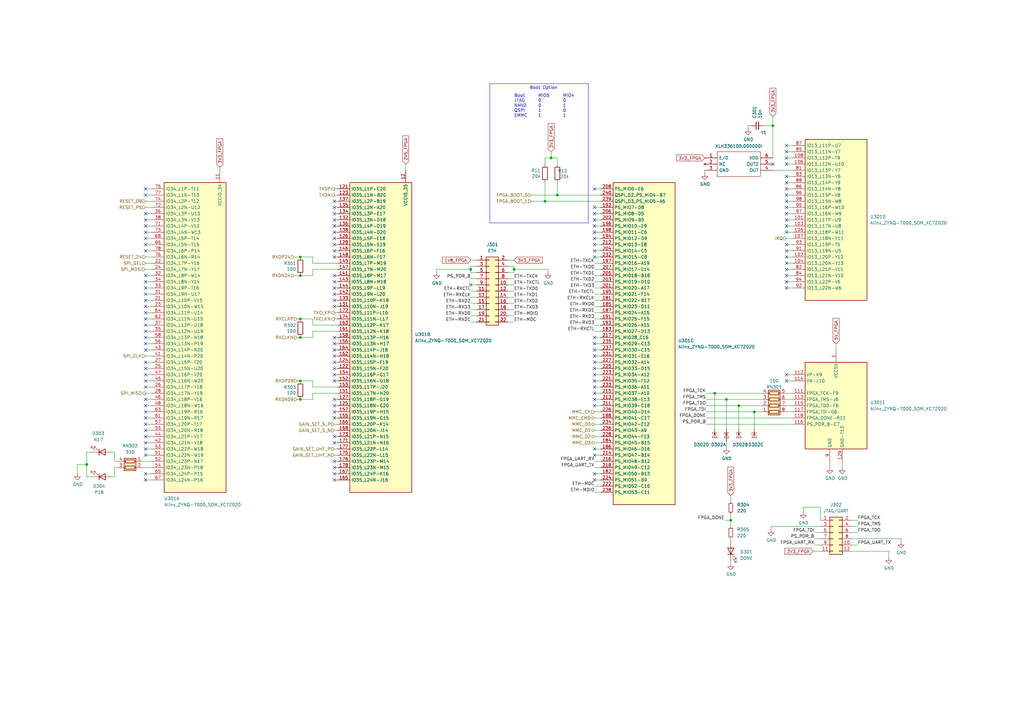
<source format=kicad_sch>
(kicad_sch (version 20230121) (generator eeschema)
  (paper "A3")
  (title_block (title "SatNOGS COMMS") (date "2020-02-20") (company "Libre Space Foundation") (comment 1 "CERN OHL version 1.2"))
  (lib_symbols
    (symbol "Connector_Generic:Conn_02x06_Odd_Even" (pin_names (offset 1.016) hide)
      (property "Reference" "J" (at 1.27 7.62 0))
      (property "Value" "Conn_02x06_Odd_Even" (at 1.27 -10.16 0))
      (symbol "Conn_02x06_Odd_Even_1_1"
        (pin passive line (at -5.08 5.08 0) (length 3.81) (name "Pin_1") (number "1"))
        (pin passive line (at 7.62 -5.08 180) (length 3.81) (name "Pin_10") (number "10"))
        (pin passive line (at -5.08 -7.62 0) (length 3.81) (name "Pin_11") (number "11"))
        (pin passive line (at 7.62 -7.62 180) (length 3.81) (name "Pin_12") (number "12"))
        (pin passive line (at 7.62 5.08 180) (length 3.81) (name "Pin_2") (number "2"))
        (pin passive line (at -5.08 2.54 0) (length 3.81) (name "Pin_3") (number "3"))
        (pin passive line (at 7.62 2.54 180) (length 3.81) (name "Pin_4") (number "4"))
        (pin passive line (at -5.08 0 0) (length 3.81) (name "Pin_5") (number "5"))
        (pin passive line (at 7.62 0 180) (length 3.81) (name "Pin_6") (number "6"))
        (pin passive line (at -5.08 -2.54 0) (length 3.81) (name "Pin_7") (number "7"))
        (pin passive line (at 7.62 -2.54 180) (length 3.81) (name "Pin_8") (number "8"))
        (pin passive line (at -5.08 -5.08 0) (length 3.81) (name "Pin_9") (number "9"))
      )
    )
    (symbol "Connector_Generic:Conn_02x11_Odd_Even" (pin_names (offset 1.016) hide)
      (property "Reference" "J" (at 1.27 15.24 0))
      (property "Value" "Conn_02x11_Odd_Even" (at 1.27 -15.24 0))
      (symbol "Conn_02x11_Odd_Even_1_1"
        (pin passive line (at -5.08 12.7 0) (length 3.81) (name "Pin_1") (number "1"))
        (pin passive line (at 7.62 2.54 180) (length 3.81) (name "Pin_10") (number "10"))
        (pin passive line (at -5.08 0 0) (length 3.81) (name "Pin_11") (number "11"))
        (pin passive line (at 7.62 0 180) (length 3.81) (name "Pin_12") (number "12"))
        (pin passive line (at -5.08 -2.54 0) (length 3.81) (name "Pin_13") (number "13"))
        (pin passive line (at 7.62 -2.54 180) (length 3.81) (name "Pin_14") (number "14"))
        (pin passive line (at -5.08 -5.08 0) (length 3.81) (name "Pin_15") (number "15"))
        (pin passive line (at 7.62 -5.08 180) (length 3.81) (name "Pin_16") (number "16"))
        (pin passive line (at -5.08 -7.62 0) (length 3.81) (name "Pin_17") (number "17"))
        (pin passive line (at 7.62 -7.62 180) (length 3.81) (name "Pin_18") (number "18"))
        (pin passive line (at -5.08 -10.16 0) (length 3.81) (name "Pin_19") (number "19"))
        (pin passive line (at 7.62 12.7 180) (length 3.81) (name "Pin_2") (number "2"))
        (pin passive line (at 7.62 -10.16 180) (length 3.81) (name "Pin_20") (number "20"))
        (pin passive line (at -5.08 -12.7 0) (length 3.81) (name "Pin_21") (number "21"))
        (pin passive line (at 7.62 -12.7 180) (length 3.81) (name "Pin_22") (number "22"))
        (pin passive line (at -5.08 10.16 0) (length 3.81) (name "Pin_3") (number "3"))
        (pin passive line (at 7.62 10.16 180) (length 3.81) (name "Pin_4") (number "4"))
        (pin passive line (at -5.08 7.62 0) (length 3.81) (name "Pin_5") (number "5"))
        (pin passive line (at 7.62 7.62 180) (length 3.81) (name "Pin_6") (number "6"))
        (pin passive line (at -5.08 5.08 0) (length 3.81) (name "Pin_7") (number "7"))
        (pin passive line (at 7.62 5.08 180) (length 3.81) (name "Pin_8") (number "8"))
        (pin passive line (at -5.08 2.54 0) (length 3.81) (name "Pin_9") (number "9"))
      )
    )
    (symbol "Device:C_Small" (pin_numbers hide) (pin_names (offset 0.254) hide)
      (property "Reference" "C" (at 0.254 1.778 0))
      (property "Value" "C_Small" (at 0.254 -2.032 0))
      (symbol "C_Small_1_1"
        (pin passive line (at 0 2.54 270) (length 2.032) (name "~") (number "1"))
        (pin passive line (at 0 -2.54 90) (length 2.032) (name "~") (number "2"))
      )
    )
    (symbol "Device:LED" (pin_numbers hide) (pin_names (offset 1.016) hide)
      (property "Reference" "D" (at 0 2.54 0))
      (property "Value" "LED" (at 0 -2.54 0))
      (symbol "LED_1_1"
        (pin passive line (at -3.81 0 0) (length 2.54) (name "K") (number "1"))
        (pin passive line (at 3.81 0 180) (length 2.54) (name "A") (number "2"))
      )
    )
    (symbol "Device:R" (pin_numbers hide) (pin_names (offset 0))
      (property "Reference" "R" (at 2.032 0 90))
      (property "Value" "R" (at 0 0 90))
      (symbol "R_1_1"
        (pin passive line (at 0 3.81 270) (length 1.27) (name "~") (number "1"))
        (pin passive line (at 0 -3.81 90) (length 1.27) (name "~") (number "2"))
      )
    )
    (symbol "Device:R_Pack02" (pin_names (offset 0) hide)
      (property "Reference" "RN" (at -5.08 0 90))
      (property "Value" "R_Pack02" (at 2.54 0 90))
      (symbol "R_Pack02_1_1"
        (pin passive line (at -2.54 -5.08 90) (length 2.54) (name "R1.1") (number "1"))
        (pin passive line (at 0 -5.08 90) (length 2.54) (name "R2.1") (number "2"))
        (pin passive line (at 0 5.08 270) (length 2.54) (name "R2.2") (number "3"))
        (pin passive line (at -2.54 5.08 270) (length 2.54) (name "R1.2") (number "4"))
      )
    )
    (symbol "Device:R_Pack04" (pin_names (offset 0) hide)
      (property "Reference" "RN" (at -7.62 0 90))
      (property "Value" "R_Pack04" (at 5.08 0 90))
      (symbol "R_Pack04_1_1"
        (pin passive line (at -5.08 -5.08 90) (length 2.54) (name "R1.1") (number "1"))
        (pin passive line (at -2.54 -5.08 90) (length 2.54) (name "R2.1") (number "2"))
        (pin passive line (at 0 -5.08 90) (length 2.54) (name "R3.1") (number "3"))
        (pin passive line (at 2.54 -5.08 90) (length 2.54) (name "R4.1") (number "4"))
        (pin passive line (at 2.54 5.08 270) (length 2.54) (name "R4.2") (number "5"))
        (pin passive line (at 0 5.08 270) (length 2.54) (name "R3.2") (number "6"))
        (pin passive line (at -2.54 5.08 270) (length 2.54) (name "R2.2") (number "7"))
        (pin passive line (at -5.08 5.08 270) (length 2.54) (name "R1.2") (number "8"))
      )
    )
    (symbol "Device:R_Small" (pin_numbers hide) (pin_names (offset 0.254) hide)
      (property "Reference" "R" (at 0.762 0.508 0))
      (property "Value" "R_Small" (at 0.762 -1.016 0))
      (symbol "R_Small_1_1"
        (pin passive line (at 0 2.54 270) (length 0.762) (name "~") (number "1"))
        (pin passive line (at 0 -2.54 90) (length 0.762) (name "~") (number "2"))
      )
    )
    (symbol "MISC:XLH336100.000000I" (pin_names (offset 0.762))
      (property "Reference" "Y" (at 24.13 7.62 0))
      (property "Value" "XLH336100.000000I" (at 24.13 5.08 0))
      (symbol "XLH336100.000000I_0_0"
        (pin passive line (at 0 0 0) (length 5.08) (name "E/D") (number "1"))
        (pin no_connect line (at 0 -2.54 0) (length 5.08) (name "NC") (number "2"))
        (pin passive line (at 0 -5.08 0) (length 5.08) (name "GND") (number "3"))
        (pin passive line (at 27.94 -5.08 180) (length 5.08) (name "OUT") (number "4"))
        (pin passive line (at 27.94 -2.54 180) (length 5.08) (name "OUT2") (number "5"))
        (pin passive line (at 27.94 0 180) (length 5.08) (name "VDD") (number "6"))
      )
    )
    (symbol "Power_Protection:PESD3V3L4UF" (pin_numbers hide) (pin_names hide)
      (property "Reference" "D" (at 0 2.54 0))
      (property "Value" "PESD3V3L4UF" (at 0 -2.54 0))
      (symbol "PESD3V3L4UF_1_1"
        (pin passive line (at -2.54 0 0) (length 2.54) (name "K1") (number "1"))
        (pin passive line (at 2.54 0 180) (length 2.54) (name "A") (number "2"))
        (pin passive line (at 2.54 0 180) (length 2.54) hide (name "A") (number "5"))
      )
      (symbol "PESD3V3L4UF_2_1"
        (pin passive line (at -2.54 0 0) (length 2.54) (name "K2") (number "3"))
      )
      (symbol "PESD3V3L4UF_3_1"
        (pin passive line (at -2.54 0 0) (length 2.54) (name "K3") (number "4"))
      )
      (symbol "PESD3V3L4UF_4_1"
        (pin passive line (at -2.54 0 0) (length 2.54) (name "K4") (number "6"))
      )
    )
    (symbol "lsf-kicad:Alinx_ZYNQ-7000_SOM_XC7Z020"
      (property "Reference" "U" (at 15.24 2.54 0))
      (property "Value" "Alinx_ZYNQ-7000_SOM_XC7Z020" (at 17.78 -2.54 0))
      (symbol "Alinx_ZYNQ-7000_SOM_XC7Z020_1_1"
        (pin power_in line (at 10.16 68.58 270) (length 5.08) (name "VCCIO_34") (number "11"))
        (pin passive line (at 10.16 68.58 270) (length 5.08) hide (name "VCCIO_34") (number "13"))
        (pin passive line (at 10.16 68.58 270) (length 5.08) hide (name "VCCIO_34") (number "15"))
        (pin passive line (at 10.16 68.58 270) (length 5.08) hide (name "VCCIO_34") (number "17"))
        (pin bidirectional line (at -17.78 15.24 0) (length 5.08) (name "IO34_L10P-V15") (number "21"))
        (pin bidirectional line (at -17.78 30.48 0) (length 5.08) (name "IO34_L7P-Y16") (number "22"))
        (pin bidirectional line (at -17.78 12.7 0) (length 5.08) (name "IO34_L10N-W15") (number "23"))
        (pin bidirectional line (at -17.78 27.94 0) (length 5.08) (name "IO34_L7N-Y17") (number "24"))
        (pin bidirectional line (at -17.78 -12.7 0) (length 5.08) (name "IO34_L15N-U20") (number "25"))
        (pin bidirectional line (at -17.78 -20.32 0) (length 5.08) (name "IO34_L17P-Y18") (number "26"))
        (pin bidirectional line (at -17.78 -10.16 0) (length 5.08) (name "IO34_L15P-T20") (number "27"))
        (pin bidirectional line (at -17.78 -22.86 0) (length 5.08) (name "IO34_L17N-Y19") (number "28"))
        (pin bidirectional line (at -17.78 17.78 0) (length 5.08) (name "IO34_L9N-U17") (number "31"))
        (pin bidirectional line (at -17.78 25.4 0) (length 5.08) (name "IO34_L8P-W14") (number "32"))
        (pin bidirectional line (at -17.78 20.32 0) (length 5.08) (name "IO34_L9P-T16") (number "33"))
        (pin bidirectional line (at -17.78 22.86 0) (length 5.08) (name "IO34_L8N-Y14") (number "34"))
        (pin bidirectional line (at -17.78 2.54 0) (length 5.08) (name "IO34_L12N-U19") (number "35"))
        (pin bidirectional line (at -17.78 50.8 0) (length 5.08) (name "IO34_L3P-U13") (number "36"))
        (pin bidirectional line (at -17.78 5.08 0) (length 5.08) (name "IO34_L12P-U18") (number "37"))
        (pin bidirectional line (at -17.78 48.26 0) (length 5.08) (name "IO34_L3N-V13") (number "38"))
        (pin bidirectional line (at -17.78 -7.62 0) (length 5.08) (name "IO34_L14N-P20") (number "41"))
        (pin bidirectional line (at -17.78 -43.18 0) (length 5.08) (name "IO34_L21N-V18") (number "42"))
        (pin bidirectional line (at -17.78 -5.08 0) (length 5.08) (name "IO34_L14P-N20") (number "43"))
        (pin bidirectional line (at -17.78 -40.64 0) (length 5.08) (name "IO34_L21P-V17") (number "44"))
        (pin bidirectional line (at -17.78 -17.78 0) (length 5.08) (name "IO34_L16N-W20") (number "45"))
        (pin bidirectional line (at -17.78 -25.4 0) (length 5.08) (name "IO34_L18P-V16") (number "46"))
        (pin bidirectional line (at -17.78 -15.24 0) (length 5.08) (name "IO34_L16P-V20") (number "47"))
        (pin bidirectional line (at -17.78 -27.94 0) (length 5.08) (name "IO34_L18N-W16") (number "48"))
        (pin bidirectional line (at -17.78 -48.26 0) (length 5.08) (name "IO34_L22N-W19") (number "51"))
        (pin bidirectional line (at -17.78 -50.8 0) (length 5.08) (name "IO34_L23P-N17") (number "52"))
        (pin bidirectional line (at -17.78 -45.72 0) (length 5.08) (name "IO34_L22P-W18") (number "53"))
        (pin bidirectional line (at -17.78 -53.34 0) (length 5.08) (name "IO34_L23N-P18") (number "54"))
        (pin bidirectional line (at -17.78 -38.1 0) (length 5.08) (name "IO34_L20N-R18") (number "55"))
        (pin bidirectional line (at -17.78 -2.54 0) (length 5.08) (name "IO34_L13N-P19") (number "56"))
        (pin bidirectional line (at -17.78 -35.56 0) (length 5.08) (name "IO34_L20P-T17") (number "57"))
        (pin bidirectional line (at -17.78 0 0) (length 5.08) (name "IO34_L13P-N18") (number "58"))
        (pin bidirectional line (at -17.78 -33.02 0) (length 5.08) (name "IO34_L19N-R17") (number "61"))
        (pin bidirectional line (at -17.78 7.62 0) (length 5.08) (name "IO34_L11N-U15") (number "62"))
        (pin bidirectional line (at -17.78 -30.48 0) (length 5.08) (name "IO34_L19P-R16") (number "63"))
        (pin bidirectional line (at -17.78 10.16 0) (length 5.08) (name "IO34_L11P-U14") (number "64"))
        (pin bidirectional line (at -17.78 -55.88 0) (length 5.08) (name "IO34_L24P-P15") (number "65"))
        (pin bidirectional line (at -17.78 38.1 0) (length 5.08) (name "IO34_L5N-T15") (number "66"))
        (pin bidirectional line (at -17.78 -58.42 0) (length 5.08) (name "IO34_L24N-P16") (number "67"))
        (pin bidirectional line (at -17.78 40.64 0) (length 5.08) (name "IO34_L5P-T14") (number "68"))
        (pin bidirectional line (at -17.78 45.72 0) (length 5.08) (name "IO34_L4P-V12") (number "71"))
        (pin bidirectional line (at -17.78 53.34 0) (length 5.08) (name "IO34_L2N-U12") (number "72"))
        (pin bidirectional line (at -17.78 43.18 0) (length 5.08) (name "IO34_L4N-W13") (number "73"))
        (pin bidirectional line (at -17.78 55.88 0) (length 5.08) (name "IO34_L2P-T12") (number "74"))
        (pin bidirectional line (at -17.78 60.96 0) (length 5.08) (name "IO34_L1P-T11") (number "75"))
        (pin bidirectional line (at -17.78 33.02 0) (length 5.08) (name "IO34_L6N-R14") (number "76"))
        (pin bidirectional line (at -17.78 58.42 0) (length 5.08) (name "IO34_L1N-T10") (number "77"))
        (pin bidirectional line (at -17.78 35.56 0) (length 5.08) (name "IO34_L6P-P14") (number "78"))
      )
      (symbol "Alinx_ZYNQ-7000_SOM_XC7Z020_2_1"
        (pin power_in line (at 10.16 68.58 270) (length 5.08) (name "VCCIO_35") (number "12"))
        (pin bidirectional line (at -17.78 60.96 0) (length 5.08) (name "IO35_L1P-C20") (number "121"))
        (pin bidirectional line (at -17.78 -12.7 0) (length 5.08) (name "IO35_L15N-F20") (number "122"))
        (pin bidirectional line (at -17.78 58.42 0) (length 5.08) (name "IO35_L1N-B20") (number "123"))
        (pin bidirectional line (at -17.78 -10.16 0) (length 5.08) (name "IO35_L15P-F19") (number "124"))
        (pin bidirectional line (at -17.78 -27.94 0) (length 5.08) (name "IO35_L18N-G20") (number "125"))
        (pin bidirectional line (at -17.78 40.64 0) (length 5.08) (name "IO35_L5P-E18") (number "126"))
        (pin bidirectional line (at -17.78 -25.4 0) (length 5.08) (name "IO35_L18P-G19") (number "127"))
        (pin bidirectional line (at -17.78 38.1 0) (length 5.08) (name "IO35_L5N-E19") (number "128"))
        (pin bidirectional line (at -17.78 12.7 0) (length 5.08) (name "IO35_L10N-J19") (number "131"))
        (pin bidirectional line (at -17.78 48.26 0) (length 5.08) (name "IO35_L3N-D18") (number "132"))
        (pin bidirectional line (at -17.78 15.24 0) (length 5.08) (name "IO35_L10P-K19") (number "133"))
        (pin bidirectional line (at -17.78 50.8 0) (length 5.08) (name "IO35_L3P-E17") (number "134"))
        (pin bidirectional line (at -17.78 53.34 0) (length 5.08) (name "IO35_L2N-A20") (number "135"))
        (pin bidirectional line (at -17.78 45.72 0) (length 5.08) (name "IO35_L4P-D19") (number "136"))
        (pin bidirectional line (at -17.78 55.88 0) (length 5.08) (name "IO35_L2P-B19") (number "137"))
        (pin bidirectional line (at -17.78 43.18 0) (length 5.08) (name "IO35_L4N-D20") (number "138"))
        (pin passive line (at 10.16 68.58 270) (length 5.08) hide (name "VCCIO_35") (number "14"))
        (pin bidirectional line (at -17.78 25.4 0) (length 5.08) (name "IO35_L8P-M17") (number "141"))
        (pin bidirectional line (at -17.78 17.78 0) (length 5.08) (name "IO35_L9N-L20") (number "142"))
        (pin bidirectional line (at -17.78 22.86 0) (length 5.08) (name "IO35_L8N-M18") (number "143"))
        (pin bidirectional line (at -17.78 20.32 0) (length 5.08) (name "IO35_L9P-L19") (number "144"))
        (pin bidirectional line (at -17.78 30.48 0) (length 5.08) (name "IO35_L7P-M19") (number "145"))
        (pin bidirectional line (at -17.78 35.56 0) (length 5.08) (name "IO35_L6P-F16") (number "146"))
        (pin bidirectional line (at -17.78 27.94 0) (length 5.08) (name "IO35_L7N-M20") (number "147"))
        (pin bidirectional line (at -17.78 33.02 0) (length 5.08) (name "IO35_L6N-F17") (number "148"))
        (pin bidirectional line (at -17.78 -22.86 0) (length 5.08) (name "IO35_L17N-H20") (number "151"))
        (pin bidirectional line (at -17.78 -17.78 0) (length 5.08) (name "IO35_L16N-G18") (number "152"))
        (pin bidirectional line (at -17.78 -20.32 0) (length 5.08) (name "IO35_L17P-J20") (number "153"))
        (pin bidirectional line (at -17.78 -15.24 0) (length 5.08) (name "IO35_L16P-G17") (number "154"))
        (pin bidirectional line (at -17.78 -33.02 0) (length 5.08) (name "IO35_L19N-G15") (number "155"))
        (pin bidirectional line (at -17.78 -2.54 0) (length 5.08) (name "IO35_L13N-H17") (number "156"))
        (pin bidirectional line (at -17.78 -30.48 0) (length 5.08) (name "IO35_L19P-H15") (number "157"))
        (pin bidirectional line (at -17.78 0 0) (length 5.08) (name "IO35_L13P-H16") (number "158"))
        (pin passive line (at 10.16 68.58 270) (length 5.08) hide (name "VCCIO_35") (number "16"))
        (pin bidirectional line (at -17.78 2.54 0) (length 5.08) (name "IO35_L12N-K18") (number "161"))
        (pin bidirectional line (at -17.78 -7.62 0) (length 5.08) (name "IO35_L14N-H18") (number "162"))
        (pin bidirectional line (at -17.78 5.08 0) (length 5.08) (name "IO35_L12P-K17") (number "163"))
        (pin bidirectional line (at -17.78 -5.08 0) (length 5.08) (name "IO35_L14P-J18") (number "164"))
        (pin bidirectional line (at -17.78 -58.42 0) (length 5.08) (name "IO35_L24N-J16") (number "165"))
        (pin bidirectional line (at -17.78 -35.56 0) (length 5.08) (name "IO35_L20P-K14") (number "166"))
        (pin bidirectional line (at -17.78 -55.88 0) (length 5.08) (name "IO35_L24P-K16") (number "167"))
        (pin bidirectional line (at -17.78 -38.1 0) (length 5.08) (name "IO35_L20N-J14") (number "168"))
        (pin bidirectional line (at -17.78 -43.18 0) (length 5.08) (name "IO35_L21N-N16") (number "171"))
        (pin bidirectional line (at -17.78 10.16 0) (length 5.08) (name "IO35_L11P-L16") (number "172"))
        (pin bidirectional line (at -17.78 -40.64 0) (length 5.08) (name "IO35_L21P-N15") (number "173"))
        (pin bidirectional line (at -17.78 7.62 0) (length 5.08) (name "IO35_L11N-L17") (number "174"))
        (pin bidirectional line (at -17.78 -48.26 0) (length 5.08) (name "IO35_L22N-L15") (number "175"))
        (pin bidirectional line (at -17.78 -50.8 0) (length 5.08) (name "IO35_L23P-M14") (number "176"))
        (pin bidirectional line (at -17.78 -45.72 0) (length 5.08) (name "IO35_L22P-L14") (number "177"))
        (pin bidirectional line (at -17.78 -53.34 0) (length 5.08) (name "IO35_L23N-M15") (number "178"))
        (pin passive line (at 10.16 68.58 270) (length 5.08) hide (name "VCCIO_35") (number "18"))
      )
      (symbol "Alinx_ZYNQ-7000_SOM_XC7Z020_3_1"
        (pin bidirectional line (at -17.78 17.78 0) (length 5.08) (name "PS_MIO22-B17") (number "181"))
        (pin bidirectional line (at -17.78 -53.34 0) (length 5.08) (name "PS_MIO50-B13") (number "182"))
        (pin bidirectional line (at -17.78 5.08 0) (length 5.08) (name "PS_MIO27-D13") (number "183"))
        (pin bidirectional line (at -17.78 -40.64 0) (length 5.08) (name "PS_MIO45-B15") (number "184"))
        (pin bidirectional line (at -17.78 15.24 0) (length 5.08) (name "PS_MIO23-D11") (number "185"))
        (pin bidirectional line (at -17.78 -43.18 0) (length 5.08) (name "PS_MIO46-D16") (number "186"))
        (pin bidirectional line (at -17.78 12.7 0) (length 5.08) (name "PS_MIO24-A16") (number "187"))
        (pin bidirectional line (at -17.78 -30.48 0) (length 5.08) (name "PS_MIO41-C17") (number "188"))
        (pin bidirectional line (at -17.78 10.16 0) (length 5.08) (name "PS_MIO25-F15") (number "191"))
        (pin bidirectional line (at -17.78 55.88 0) (length 5.08) (name "PS_MIO7-D8") (number "192"))
        (pin bidirectional line (at -17.78 7.62 0) (length 5.08) (name "PS_MIO26-A15") (number "193"))
        (pin bidirectional line (at -17.78 43.18 0) (length 5.08) (name "PS_MIO12-D9") (number "194"))
        (pin bidirectional line (at -17.78 20.32 0) (length 5.08) (name "PS_MIO21-F14") (number "195"))
        (pin bidirectional line (at -17.78 48.26 0) (length 5.08) (name "PS_MIO10-E9") (number "196"))
        (pin bidirectional line (at -17.78 33.02 0) (length 5.08) (name "PS_MIO16-A19") (number "197"))
        (pin bidirectional line (at -17.78 45.72 0) (length 5.08) (name "PS_MIO11-C6") (number "198"))
        (pin bidirectional line (at -17.78 22.86 0) (length 5.08) (name "PS_MIO20-A17") (number "201"))
        (pin bidirectional line (at -17.78 50.8 0) (length 5.08) (name "PS_MIO9-B5") (number "202"))
        (pin bidirectional line (at -17.78 25.4 0) (length 5.08) (name "PS_MIO19-D10") (number "203"))
        (pin bidirectional line (at -17.78 38.1 0) (length 5.08) (name "PS_MIO14-C5") (number "204"))
        (pin bidirectional line (at -17.78 27.94 0) (length 5.08) (name "PS_MIO18-B18") (number "205"))
        (pin bidirectional line (at -17.78 53.34 0) (length 5.08) (name "PS_MIO8-D5") (number "206"))
        (pin bidirectional line (at -17.78 30.48 0) (length 5.08) (name "PS_MIO17-E14") (number "207"))
        (pin bidirectional line (at -17.78 63.5 0) (length 5.08) (name "PS_MIO0-E6") (number "208"))
        (pin bidirectional line (at -17.78 -25.4 0) (length 5.08) (name "PS_MIO39-C18") (number "211"))
        (pin bidirectional line (at -17.78 40.64 0) (length 5.08) (name "PS_MIO13-E8") (number "212"))
        (pin bidirectional line (at -17.78 -22.86 0) (length 5.08) (name "PS_MIO38-E13") (number "213"))
        (pin bidirectional line (at -17.78 -45.72 0) (length 5.08) (name "PS_MIO47-B14") (number "214"))
        (pin bidirectional line (at -17.78 -20.32 0) (length 5.08) (name "PS_MIO37-A10") (number "215"))
        (pin bidirectional line (at -17.78 -48.26 0) (length 5.08) (name "PS_MIO48-B12") (number "216"))
        (pin bidirectional line (at -17.78 2.54 0) (length 5.08) (name "PS_MIO28_C16") (number "217"))
        (pin bidirectional line (at -17.78 -50.8 0) (length 5.08) (name "PS_MIO49-C12") (number "218"))
        (pin bidirectional line (at -17.78 -15.24 0) (length 5.08) (name "PS_MIO35-F12") (number "221"))
        (pin bidirectional line (at -17.78 -58.42 0) (length 5.08) (name "PS_MIO52-C10") (number "222"))
        (pin bidirectional line (at -17.78 -12.7 0) (length 5.08) (name "PS_MIO34-A12") (number "223"))
        (pin bidirectional line (at -17.78 -55.88 0) (length 5.08) (name "PS_MIO51-B9") (number "224"))
        (pin bidirectional line (at -17.78 -10.16 0) (length 5.08) (name "PS_MIO33-D15") (number "225"))
        (pin bidirectional line (at -17.78 -27.94 0) (length 5.08) (name "PS_MIO40-D14") (number "226"))
        (pin bidirectional line (at -17.78 -7.62 0) (length 5.08) (name "PS_MIO32-A14") (number "227"))
        (pin bidirectional line (at -17.78 -38.1 0) (length 5.08) (name "PS_MIO44-F13") (number "228"))
        (pin bidirectional line (at -17.78 -5.08 0) (length 5.08) (name "PS_MIO31-E16") (number "231"))
        (pin bidirectional line (at -17.78 35.56 0) (length 5.08) (name "PS_MIO15-C8") (number "232"))
        (pin bidirectional line (at -17.78 -17.78 0) (length 5.08) (name "PS_MIO36-A11") (number "233"))
        (pin bidirectional line (at -17.78 -33.02 0) (length 5.08) (name "PS_MIO42-E12") (number "234"))
        (pin bidirectional line (at -17.78 0 0) (length 5.08) (name "PS_MIO29-C13") (number "235"))
        (pin bidirectional line (at -17.78 -35.56 0) (length 5.08) (name "PS_MIO43-A9") (number "236"))
        (pin bidirectional line (at -17.78 -2.54 0) (length 5.08) (name "PS_MIO30-C15") (number "237"))
        (pin bidirectional line (at -17.78 -60.96 0) (length 5.08) (name "PS_MIO53-C11") (number "238"))
        (pin bidirectional line (at -17.78 58.42 0) (length 5.08) (name "QSPI_D3_PS_MIO5-A6") (number "239"))
        (pin bidirectional line (at -17.78 60.96 0) (length 5.08) (name "QSPI_D2_PS_MIO4-B7") (number "240"))
      )
      (symbol "Alinx_ZYNQ-7000_SOM_XC7Z020_4_1"
        (pin bidirectional line (at -17.78 0 0) (length 5.08) (name "IO13_L17P-U9") (number "101"))
        (pin bidirectional line (at -17.78 -15.24 0) (length 5.08) (name "IO13_L20P-Y12") (number "102"))
        (pin bidirectional line (at -17.78 -2.54 0) (length 5.08) (name "IO13_L17N-U8") (number "103"))
        (pin bidirectional line (at -17.78 -17.78 0) (length 5.08) (name "IO13_L20N-Y13") (number "104"))
        (pin bidirectional line (at -17.78 -5.08 0) (length 5.08) (name "IO13_L18P-W11") (number "105"))
        (pin bidirectional line (at -17.78 22.86 0) (length 5.08) (name "IO13_L12N-U10") (number "106"))
        (pin bidirectional line (at -17.78 -7.62 0) (length 5.08) (name "IO13_L18N-Y11") (number "107"))
        (pin bidirectional line (at -17.78 25.4 0) (length 5.08) (name "IO13_L12P-T9") (number "108"))
        (pin bidirectional line (at -17.78 20.32 0) (length 5.08) (name "IO13_L13P-Y7") (number "81"))
        (pin bidirectional line (at -17.78 -20.32 0) (length 5.08) (name "IO13_L21P-V11") (number "82"))
        (pin bidirectional line (at -17.78 17.78 0) (length 5.08) (name "IO13_L13N-Y6") (number "83"))
        (pin bidirectional line (at -17.78 -22.86 0) (length 5.08) (name "IO13_L21N-V10") (number "84"))
        (pin bidirectional line (at -17.78 27.94 0) (length 5.08) (name "IO13_L11N-V7") (number "85"))
        (pin bidirectional line (at -17.78 12.7 0) (length 5.08) (name "IO13_L14N-Y8") (number "86"))
        (pin bidirectional line (at -17.78 30.48 0) (length 5.08) (name "IO13_L11P-U7") (number "87"))
        (pin bidirectional line (at -17.78 15.24 0) (length 5.08) (name "IO13_L14P-Y9") (number "88"))
        (pin bidirectional line (at -17.78 -12.7 0) (length 5.08) (name "IO13_L19N-U5") (number "91"))
        (pin bidirectional line (at -17.78 -27.94 0) (length 5.08) (name "IO13_L22N-W6") (number "92"))
        (pin bidirectional line (at -17.78 -10.16 0) (length 5.08) (name "IO13_L19P-T5") (number "93"))
        (pin bidirectional line (at -17.78 -25.4 0) (length 5.08) (name "IO13_L22P-V6") (number "94"))
        (pin bidirectional line (at -17.78 5.08 0) (length 5.08) (name "IO13_L16P-W10") (number "95"))
        (pin bidirectional line (at -17.78 10.16 0) (length 5.08) (name "IO13_L15P-V8") (number "96"))
        (pin bidirectional line (at -17.78 2.54 0) (length 5.08) (name "IO13_L16N-W9") (number "97"))
        (pin bidirectional line (at -17.78 7.62 0) (length 5.08) (name "IO13_L15N-W8") (number "98"))
      )
      (symbol "Alinx_ZYNQ-7000_SOM_XC7Z020_5_1"
        (pin power_in line (at 0 22.86 270) (length 5.08) (name "VCC5V") (number "1"))
        (pin passive line (at -2.54 -22.86 90) (length 5.08) hide (name "GND") (number "10"))
        (pin passive line (at -2.54 -22.86 90) (length 5.08) hide (name "GND") (number "100"))
        (pin passive line (at -2.54 -22.86 90) (length 5.08) hide (name "GND") (number "109"))
        (pin passive line (at -2.54 -22.86 90) (length 5.08) hide (name "GND") (number "110"))
        (pin input line (at -17.78 5.08 0) (length 5.08) (name "FPGA_TCK-F9") (number "111"))
        (pin input line (at -17.78 12.7 0) (length 5.08) (name "VP-K9") (number "112"))
        (pin input line (at -17.78 2.54 0) (length 5.08) (name "FPGA_TMS-J6") (number "113"))
        (pin input line (at -17.78 10.16 0) (length 5.08) (name "VN-L10") (number "114"))
        (pin output line (at -17.78 0 0) (length 5.08) (name "FPGA_TDO-F6") (number "115"))
        (pin bidirectional line (at -17.78 -7.62 0) (length 5.08) (name "PS_POR_B-C7") (number "116"))
        (pin input line (at -17.78 -2.54 0) (length 5.08) (name "FPGA_TDI-G6") (number "117"))
        (pin bidirectional line (at -17.78 -5.08 0) (length 5.08) (name "FPGA_DONE-R11") (number "118"))
        (pin no_connect line (at -17.78 -10.16 0) (length 5.08) hide (name "NC") (number "119"))
        (pin no_connect line (at -17.78 -12.7 0) (length 5.08) hide (name "NC") (number "120"))
        (pin power_in line (at 2.54 -22.86 90) (length 5.08) (name "GND-T13") (number "129"))
        (pin passive line (at 2.54 -22.86 90) (length 5.08) hide (name "GND-T13") (number "130"))
        (pin passive line (at 2.54 -22.86 90) (length 5.08) hide (name "GND-T13") (number "139"))
        (pin passive line (at 2.54 -22.86 90) (length 5.08) hide (name "GND-T13") (number "140"))
        (pin passive line (at 2.54 -22.86 90) (length 5.08) hide (name "GND-T13") (number "149"))
        (pin passive line (at 2.54 -22.86 90) (length 5.08) hide (name "GND-T13") (number "150"))
        (pin passive line (at 2.54 -22.86 90) (length 5.08) hide (name "GND-T13") (number "159"))
        (pin passive line (at 2.54 -22.86 90) (length 5.08) hide (name "GND-T13") (number "160"))
        (pin passive line (at 2.54 -22.86 90) (length 5.08) hide (name "GND-T13") (number "169"))
        (pin passive line (at 2.54 -22.86 90) (length 5.08) hide (name "GND-T13") (number "170"))
        (pin passive line (at 2.54 -22.86 90) (length 5.08) hide (name "GND-T13") (number "179"))
        (pin passive line (at 2.54 -22.86 90) (length 5.08) hide (name "GND-T13") (number "180"))
        (pin passive line (at 2.54 -22.86 90) (length 5.08) hide (name "GND-T13") (number "189"))
        (pin passive line (at -2.54 -22.86 90) (length 5.08) hide (name "GND") (number "19"))
        (pin passive line (at 2.54 -22.86 90) (length 5.08) hide (name "GND-T13") (number "190"))
        (pin passive line (at 2.54 -22.86 90) (length 5.08) hide (name "GND-T13") (number "199"))
        (pin passive line (at 0 22.86 270) (length 5.08) hide (name "VCC5V") (number "2"))
        (pin passive line (at -2.54 -22.86 90) (length 5.08) hide (name "GND") (number "20"))
        (pin passive line (at 2.54 -22.86 90) (length 5.08) hide (name "GND-T13") (number "200"))
        (pin passive line (at 2.54 -22.86 90) (length 5.08) hide (name "GND-T13") (number "209"))
        (pin passive line (at 2.54 -22.86 90) (length 5.08) hide (name "GND-T13") (number "210"))
        (pin passive line (at 2.54 -22.86 90) (length 5.08) hide (name "GND-T13") (number "219"))
        (pin passive line (at 2.54 -22.86 90) (length 5.08) hide (name "GND-T13") (number "220"))
        (pin passive line (at 2.54 -22.86 90) (length 5.08) hide (name "GND-T13") (number "229"))
        (pin passive line (at 2.54 -22.86 90) (length 5.08) hide (name "GND-T13") (number "230"))
        (pin passive line (at -2.54 -22.86 90) (length 5.08) hide (name "GND") (number "29"))
        (pin passive line (at 0 22.86 270) (length 5.08) hide (name "VCC5V") (number "3"))
        (pin passive line (at -2.54 -22.86 90) (length 5.08) hide (name "GND") (number "30"))
        (pin passive line (at -2.54 -22.86 90) (length 5.08) hide (name "GND") (number "39"))
        (pin passive line (at 0 22.86 270) (length 5.08) hide (name "VCC5V") (number "4"))
        (pin passive line (at -2.54 -22.86 90) (length 5.08) hide (name "GND") (number "40"))
        (pin passive line (at -2.54 -22.86 90) (length 5.08) hide (name "GND") (number "49"))
        (pin passive line (at 0 22.86 270) (length 5.08) hide (name "VCC5V") (number "5"))
        (pin passive line (at -2.54 -22.86 90) (length 5.08) hide (name "GND") (number "50"))
        (pin passive line (at -2.54 -22.86 90) (length 5.08) hide (name "GND") (number "59"))
        (pin passive line (at 0 22.86 270) (length 5.08) hide (name "VCC5V") (number "6"))
        (pin passive line (at -2.54 -22.86 90) (length 5.08) hide (name "GND") (number "60"))
        (pin passive line (at -2.54 -22.86 90) (length 5.08) hide (name "GND") (number "69"))
        (pin passive line (at 0 22.86 270) (length 5.08) hide (name "VCC5V") (number "7"))
        (pin passive line (at -2.54 -22.86 90) (length 5.08) hide (name "GND") (number "70"))
        (pin passive line (at -2.54 -22.86 90) (length 5.08) hide (name "GND") (number "79"))
        (pin passive line (at 0 22.86 270) (length 5.08) hide (name "VCC5V") (number "8"))
        (pin passive line (at -2.54 -22.86 90) (length 5.08) hide (name "GND") (number "80"))
        (pin passive line (at -2.54 -22.86 90) (length 5.08) hide (name "GND") (number "89"))
        (pin power_in line (at -2.54 -22.86 90) (length 5.08) (name "GND") (number "9"))
        (pin passive line (at -2.54 -22.86 90) (length 5.08) hide (name "GND") (number "90"))
        (pin passive line (at -2.54 -22.86 90) (length 5.08) hide (name "GND") (number "99"))
      )
    )
    (symbol "power:GND" (power) (pin_names (offset 0))
      (property "Value" "GND" (at 0 -3.81 0))
      (symbol "GND_1_1"
        (pin power_in line (at 0 0 270) (length 0) hide (name "GND") (number "1"))
      )
    )
  )
  (junction (at 293.116 161.29))
  (junction (at 297.942 163.83))
  (junction (at 123.19 163.83))
  (junction (at 123.19 138.43))
  (junction (at 223.52 82.55))
  (junction (at 123.19 113.03))
  (junction (at 123.19 105.41))
  (junction (at 226.06 64.77))
  (junction (at 316.992 51.562))
  (junction (at 210.82 110.49))
  (junction (at 35.56 190.5))
  (junction (at 309.372 168.91))
  (junction (at 303.022 166.37))
  (junction (at 123.19 130.81))
  (junction (at 228.6 80.01))
  (junction (at 123.19 156.21))
  (junction (at 299.72 213.36))
  (junction (at 193.04 110.49))
  (no_connect (at 322.58 156.21))
  (no_connect (at 322.58 153.67))
  (no_connect (at 59.69 133.35))
  (no_connect (at 59.69 102.87))
  (no_connect (at 59.69 143.51))
  (no_connect (at 59.69 166.37))
  (no_connect (at 59.69 196.85))
  (no_connect (at 59.69 148.59))
  (no_connect (at 59.69 173.99))
  (no_connect (at 59.69 168.91))
  (no_connect (at 59.69 171.45))
  (no_connect (at 59.69 176.53))
  (no_connect (at 59.69 184.15))
  (no_connect (at 59.69 181.61))
  (no_connect (at 59.69 179.07))
  (no_connect (at 59.69 163.83))
  (no_connect (at 59.69 156.21))
  (no_connect (at 59.69 151.13))
  (no_connect (at 59.69 158.75))
  (no_connect (at 59.69 140.97))
  (no_connect (at 59.69 135.89))
  (no_connect (at 59.69 130.81))
  (no_connect (at 59.69 138.43))
  (no_connect (at 59.69 123.19))
  (no_connect (at 59.69 128.27))
  (no_connect (at 59.69 125.73))
  (no_connect (at 59.69 120.65))
  (no_connect (at 59.69 100.33))
  (no_connect (at 59.69 97.79))
  (no_connect (at 59.69 113.03))
  (no_connect (at 59.69 115.57))
  (no_connect (at 59.69 118.11))
  (no_connect (at 59.69 77.47))
  (no_connect (at 59.69 92.71))
  (no_connect (at 59.69 95.25))
  (no_connect (at 59.69 87.63))
  (no_connect (at 59.69 80.01))
  (no_connect (at 59.69 90.17))
  (no_connect (at 243.84 77.47))
  (no_connect (at 243.84 105.41))
  (no_connect (at 243.84 102.87))
  (no_connect (at 243.84 100.33))
  (no_connect (at 243.84 143.51))
  (no_connect (at 243.84 140.97))
  (no_connect (at 243.84 138.43))
  (no_connect (at 243.84 97.79))
  (no_connect (at 243.84 90.17))
  (no_connect (at 243.84 92.71))
  (no_connect (at 243.84 95.25))
  (no_connect (at 243.84 87.63))
  (no_connect (at 243.84 85.09))
  (no_connect (at 243.84 153.67))
  (no_connect (at 243.84 156.21))
  (no_connect (at 243.84 146.05))
  (no_connect (at 243.84 196.85))
  (no_connect (at 243.84 151.13))
  (no_connect (at 243.84 148.59))
  (no_connect (at 243.84 161.29))
  (no_connect (at 243.84 158.75))
  (no_connect (at 243.84 163.83))
  (no_connect (at 243.84 166.37))
  (no_connect (at 243.84 186.69))
  (no_connect (at 243.84 184.15))
  (no_connect (at 243.84 194.31))
  (no_connect (at 137.16 113.03))
  (no_connect (at 137.16 115.57))
  (no_connect (at 137.16 125.73))
  (no_connect (at 137.16 138.43))
  (no_connect (at 137.16 120.65))
  (no_connect (at 137.16 118.11))
  (no_connect (at 137.16 123.19))
  (no_connect (at 137.16 140.97))
  (no_connect (at 137.16 143.51))
  (no_connect (at 137.16 146.05))
  (no_connect (at 137.16 151.13))
  (no_connect (at 137.16 153.67))
  (no_connect (at 137.16 148.59))
  (no_connect (at 137.16 156.21))
  (no_connect (at 137.16 87.63))
  (no_connect (at 137.16 85.09))
  (no_connect (at 137.16 90.17))
  (no_connect (at 137.16 82.55))
  (no_connect (at 137.16 92.71))
  (no_connect (at 137.16 95.25))
  (no_connect (at 137.16 105.41))
  (no_connect (at 137.16 102.87))
  (no_connect (at 137.16 100.33))
  (no_connect (at 137.16 97.79))
  (no_connect (at 137.16 168.91))
  (no_connect (at 137.16 171.45))
  (no_connect (at 137.16 179.07))
  (no_connect (at 137.16 181.61))
  (no_connect (at 137.16 196.85))
  (no_connect (at 137.16 191.77))
  (no_connect (at 137.16 189.23))
  (no_connect (at 137.16 194.31))
  (no_connect (at 137.16 166.37))
  (no_connect (at 137.16 163.83))
  (no_connect (at 59.69 153.67))
  (no_connect (at 59.69 194.31))
  (no_connect (at 59.69 186.69))
  (no_connect (at 316.992 67.31))
  (no_connect (at 193.04 116.84))
  (no_connect (at 322.58 80.01))
  (no_connect (at 322.58 77.47))
  (no_connect (at 322.58 85.09))
  (no_connect (at 322.58 87.63))
  (no_connect (at 322.58 72.39))
  (no_connect (at 322.58 74.93))
  (no_connect (at 322.58 62.23))
  (no_connect (at 322.58 67.31))
  (no_connect (at 322.58 59.69))
  (no_connect (at 322.58 110.49))
  (no_connect (at 322.58 107.95))
  (no_connect (at 322.58 105.41))
  (no_connect (at 322.58 64.77))
  (no_connect (at 322.58 118.11))
  (no_connect (at 322.58 113.03))
  (no_connect (at 322.58 115.57))
  (no_connect (at 322.58 92.71))
  (no_connect (at 322.58 95.25))
  (no_connect (at 322.58 100.33))
  (no_connect (at 322.58 90.17))
  (no_connect (at 322.58 82.55))
  (no_connect (at 322.58 102.87))
  (wire (pts (xy 193.04 109.22) (xy 193.04 110.49)))
  (wire (pts (xy 137.16 92.71) (xy 138.43 92.71)))
  (wire (pts (xy 59.69 95.25) (xy 62.23 95.25)))
  (wire (pts (xy 322.58 107.95) (xy 325.12 107.95)))
  (wire (pts (xy 193.04 114.3) (xy 195.58 114.3)))
  (wire (pts (xy 137.16 95.25) (xy 138.43 95.25)))
  (wire (pts (xy 243.84 110.49) (xy 246.38 110.49)))
  (wire (pts (xy 137.16 118.11) (xy 138.43 118.11)))
  (wire (pts (xy 334.01 220.98) (xy 336.55 220.98)))
  (wire (pts (xy 293.116 161.29) (xy 293.116 176.022)))
  (wire (pts (xy 38.1 195.58) (xy 35.56 195.58)))
  (wire (pts (xy 137.16 171.45) (xy 138.43 171.45)))
  (wire (pts (xy 59.69 82.55) (xy 62.23 82.55)))
  (wire (pts (xy 137.16 138.43) (xy 138.43 138.43)))
  (wire (pts (xy 121.92 156.21) (xy 123.19 156.21)))
  (wire (pts (xy 322.58 67.31) (xy 325.12 67.31)))
  (wire (pts (xy 223.52 64.77) (xy 223.52 67.31)))
  (wire (pts (xy 243.84 158.75) (xy 246.38 158.75)))
  (wire (pts (xy 208.28 111.76) (xy 210.82 111.76)))
  (wire (pts (xy 59.69 105.41) (xy 62.23 105.41)))
  (wire (pts (xy 243.84 168.91) (xy 246.38 168.91)))
  (wire (pts (xy 137.16 153.67) (xy 138.43 153.67)))
  (wire (pts (xy 369.57 220.98) (xy 369.57 222.25)))
  (wire (pts (xy 59.69 151.13) (xy 62.23 151.13)))
  (wire (pts (xy 322.58 168.91) (xy 325.12 168.91)))
  (wire (pts (xy 208.28 124.46) (xy 210.82 124.46)))
  (wire (pts (xy 322.58 80.01) (xy 325.12 80.01)))
  (wire (pts (xy 128.27 156.21) (xy 128.27 158.75)))
  (wire (pts (xy 223.52 64.77) (xy 226.06 64.77)))
  (wire (pts (xy 322.58 113.03) (xy 325.12 113.03)))
  (wire (pts (xy 59.69 100.33) (xy 62.23 100.33)))
  (wire (pts (xy 217.932 82.55) (xy 223.52 82.55)))
  (wire (pts (xy 243.84 166.37) (xy 246.38 166.37)))
  (wire (pts (xy 289.56 163.83) (xy 297.942 163.83)))
  (wire (pts (xy 299.72 203.2) (xy 299.72 205.74)))
  (wire (pts (xy 313.182 51.562) (xy 316.992 51.562)))
  (wire (pts (xy 309.372 168.91) (xy 312.42 168.91)))
  (wire (pts (xy 329.438 208.026) (xy 329.438 210.058)))
  (wire (pts (xy 322.58 82.55) (xy 325.12 82.55)))
  (wire (pts (xy 137.16 77.47) (xy 138.43 77.47)))
  (wire (pts (xy 243.84 156.21) (xy 246.38 156.21)))
  (wire (pts (xy 137.16 90.17) (xy 138.43 90.17)))
  (wire (pts (xy 316.23 217.17) (xy 316.23 215.9)))
  (wire (pts (xy 59.69 153.67) (xy 62.23 153.67)))
  (wire (pts (xy 59.69 85.09) (xy 62.23 85.09)))
  (wire (pts (xy 243.84 138.43) (xy 246.38 138.43)))
  (wire (pts (xy 223.52 82.55) (xy 246.38 82.55)))
  (wire (pts (xy 322.58 77.47) (xy 325.12 77.47)))
  (wire (pts (xy 121.92 130.81) (xy 123.19 130.81)))
  (wire (pts (xy 289.56 161.29) (xy 293.116 161.29)))
  (wire (pts (xy 59.69 120.65) (xy 62.23 120.65)))
  (wire (pts (xy 59.69 110.49) (xy 62.23 110.49)))
  (wire (pts (xy 59.69 140.97) (xy 62.23 140.97)))
  (wire (pts (xy 336.55 213.36) (xy 336.55 208.026)))
  (wire (pts (xy 123.19 113.03) (xy 120.65 113.03)))
  (wire (pts (xy 123.19 138.43) (xy 121.92 138.43)))
  (wire (pts (xy 59.69 171.45) (xy 62.23 171.45)))
  (wire (pts (xy 137.16 102.87) (xy 138.43 102.87)))
  (wire (pts (xy 128.27 113.03) (xy 123.19 113.03)))
  (wire (pts (xy 243.84 146.05) (xy 246.38 146.05)))
  (wire (pts (xy 289.052 69.85) (xy 289.052 71.12)))
  (wire (pts (xy 208.28 132.08) (xy 210.82 132.08)))
  (wire (pts (xy 243.84 118.11) (xy 246.38 118.11)))
  (wire (pts (xy 243.84 128.27) (xy 246.38 128.27)))
  (wire (pts (xy 243.84 97.79) (xy 246.38 97.79)))
  (wire (pts (xy 349.25 218.44) (xy 351.79 218.44)))
  (wire (pts (xy 59.69 92.71) (xy 62.23 92.71)))
  (wire (pts (xy 243.84 148.59) (xy 246.38 148.59)))
  (wire (pts (xy 299.72 213.36) (xy 299.72 215.9)))
  (wire (pts (xy 193.04 119.38) (xy 195.58 119.38)))
  (wire (pts (xy 59.69 125.73) (xy 62.23 125.73)))
  (wire (pts (xy 137.16 125.73) (xy 138.43 125.73)))
  (wire (pts (xy 243.84 201.93) (xy 246.38 201.93)))
  (wire (pts (xy 316.992 69.85) (xy 325.12 69.85)))
  (wire (pts (xy 138.43 110.49) (xy 128.27 110.49)))
  (polyline (pts (xy 200.914 34.29) (xy 241.3 34.29)))
  (wire (pts (xy 137.16 120.65) (xy 138.43 120.65)))
  (wire (pts (xy 306.832 51.562) (xy 306.832 52.832)))
  (wire (pts (xy 128.27 130.81) (xy 128.27 133.35)))
  (wire (pts (xy 59.69 148.59) (xy 62.23 148.59)))
  (wire (pts (xy 46.99 191.77) (xy 48.26 191.77)))
  (wire (pts (xy 322.58 87.63) (xy 325.12 87.63)))
  (wire (pts (xy 297.18 213.36) (xy 299.72 213.36)))
  (wire (pts (xy 243.84 125.73) (xy 246.38 125.73)))
  (wire (pts (xy 59.69 181.61) (xy 62.23 181.61)))
  (wire (pts (xy 59.69 158.75) (xy 62.23 158.75)))
  (wire (pts (xy 59.69 113.03) (xy 62.23 113.03)))
  (wire (pts (xy 137.16 87.63) (xy 138.43 87.63)))
  (wire (pts (xy 303.022 166.37) (xy 312.42 166.37)))
  (wire (pts (xy 243.84 163.83) (xy 246.38 163.83)))
  (polyline (pts (xy 200.914 34.29) (xy 200.914 91.44)))
  (wire (pts (xy 59.69 115.57) (xy 62.23 115.57)))
  (wire (pts (xy 59.69 163.83) (xy 62.23 163.83)))
  (wire (pts (xy 322.58 115.57) (xy 325.12 115.57)))
  (wire (pts (xy 137.16 179.07) (xy 138.43 179.07)))
  (wire (pts (xy 31.75 190.5) (xy 31.75 194.31)))
  (wire (pts (xy 59.69 102.87) (xy 62.23 102.87)))
  (wire (pts (xy 243.84 77.47) (xy 246.38 77.47)))
  (wire (pts (xy 137.16 105.41) (xy 138.43 105.41)))
  (wire (pts (xy 137.16 100.33) (xy 138.43 100.33)))
  (wire (pts (xy 193.04 132.08) (xy 195.58 132.08)))
  (wire (pts (xy 208.28 106.68) (xy 210.82 106.68)))
  (wire (pts (xy 137.16 194.31) (xy 138.43 194.31)))
  (wire (pts (xy 137.16 85.09) (xy 138.43 85.09)))
  (polyline (pts (xy 241.3 91.44) (xy 241.3 34.29)))
  (wire (pts (xy 340.36 189.23) (xy 340.36 191.77)))
  (wire (pts (xy 243.84 133.35) (xy 246.38 133.35)))
  (wire (pts (xy 243.84 120.65) (xy 246.38 120.65)))
  (wire (pts (xy 226.06 64.77) (xy 228.6 64.77)))
  (wire (pts (xy 35.56 190.5) (xy 35.56 185.42)))
  (wire (pts (xy 297.942 181.102) (xy 297.942 183.642)))
  (wire (pts (xy 243.84 140.97) (xy 246.38 140.97)))
  (wire (pts (xy 208.28 121.92) (xy 210.82 121.92)))
  (wire (pts (xy 59.69 138.43) (xy 62.23 138.43)))
  (wire (pts (xy 128.27 110.49) (xy 128.27 113.03)))
  (wire (pts (xy 342.9 140.97) (xy 342.9 143.51)))
  (wire (pts (xy 193.04 129.54) (xy 195.58 129.54)))
  (wire (pts (xy 303.022 166.37) (xy 303.022 176.022)))
  (wire (pts (xy 137.16 82.55) (xy 138.43 82.55)))
  (wire (pts (xy 193.04 109.22) (xy 195.58 109.22)))
  (wire (pts (xy 59.69 184.15) (xy 62.23 184.15)))
  (wire (pts (xy 243.84 92.71) (xy 246.38 92.71)))
  (wire (pts (xy 322.58 161.29) (xy 325.12 161.29)))
  (wire (pts (xy 322.58 166.37) (xy 325.12 166.37)))
  (polyline (pts (xy 200.914 91.44) (xy 241.3 91.44)))
  (wire (pts (xy 137.16 115.57) (xy 138.43 115.57)))
  (wire (pts (xy 137.16 140.97) (xy 138.43 140.97)))
  (wire (pts (xy 137.16 196.85) (xy 138.43 196.85)))
  (wire (pts (xy 179.07 110.49) (xy 179.07 111.76)))
  (wire (pts (xy 208.28 129.54) (xy 210.82 129.54)))
  (wire (pts (xy 123.19 130.81) (xy 128.27 130.81)))
  (wire (pts (xy 243.84 194.31) (xy 246.38 194.31)))
  (wire (pts (xy 322.58 97.79) (xy 325.12 97.79)))
  (wire (pts (xy 243.84 171.45) (xy 246.38 171.45)))
  (wire (pts (xy 322.58 72.39) (xy 325.12 72.39)))
  (wire (pts (xy 208.28 127) (xy 210.82 127)))
  (wire (pts (xy 349.25 220.98) (xy 369.57 220.98)))
  (wire (pts (xy 46.99 195.58) (xy 46.99 191.77)))
  (wire (pts (xy 322.58 156.21) (xy 325.12 156.21)))
  (wire (pts (xy 137.16 146.05) (xy 138.43 146.05)))
  (wire (pts (xy 59.69 173.99) (xy 62.23 173.99)))
  (wire (pts (xy 59.69 186.69) (xy 62.23 186.69)))
  (wire (pts (xy 243.84 151.13) (xy 246.38 151.13)))
  (wire (pts (xy 299.72 220.98) (xy 299.72 222.25)))
  (wire (pts (xy 59.69 196.85) (xy 62.23 196.85)))
  (wire (pts (xy 243.84 87.63) (xy 246.38 87.63)))
  (wire (pts (xy 243.84 179.07) (xy 246.38 179.07)))
  (wire (pts (xy 210.82 110.49) (xy 210.82 111.76)))
  (wire (pts (xy 59.69 130.81) (xy 62.23 130.81)))
  (wire (pts (xy 299.72 210.82) (xy 299.72 213.36)))
  (wire (pts (xy 59.69 161.29) (xy 62.23 161.29)))
  (wire (pts (xy 58.42 189.23) (xy 62.23 189.23)))
  (wire (pts (xy 297.942 163.83) (xy 312.42 163.83)))
  (wire (pts (xy 243.84 135.89) (xy 246.38 135.89)))
  (wire (pts (xy 349.25 223.52) (xy 351.79 223.52)))
  (wire (pts (xy 59.69 135.89) (xy 62.23 135.89)))
  (wire (pts (xy 289.56 166.37) (xy 303.022 166.37)))
  (wire (pts (xy 46.99 189.23) (xy 46.99 185.42)))
  (wire (pts (xy 48.26 189.23) (xy 46.99 189.23)))
  (wire (pts (xy 243.84 85.09) (xy 246.38 85.09)))
  (wire (pts (xy 210.82 109.22) (xy 210.82 110.49)))
  (wire (pts (xy 59.69 166.37) (xy 62.23 166.37)))
  (wire (pts (xy 59.69 194.31) (xy 62.23 194.31)))
  (wire (pts (xy 293.116 161.29) (xy 312.42 161.29)))
  (wire (pts (xy 349.25 213.36) (xy 351.79 213.36)))
  (wire (pts (xy 308.102 51.562) (xy 306.832 51.562)))
  (wire (pts (xy 46.99 185.42) (xy 45.72 185.42)))
  (wire (pts (xy 137.16 173.99) (xy 138.43 173.99)))
  (wire (pts (xy 128.27 138.43) (xy 123.19 138.43)))
  (wire (pts (xy 31.75 190.5) (xy 35.56 190.5)))
  (wire (pts (xy 322.58 62.23) (xy 325.12 62.23)))
  (wire (pts (xy 322.58 110.49) (xy 325.12 110.49)))
  (wire (pts (xy 137.16 168.91) (xy 138.43 168.91)))
  (wire (pts (xy 59.69 176.53) (xy 62.23 176.53)))
  (wire (pts (xy 322.58 74.93) (xy 325.12 74.93)))
  (wire (pts (xy 90.17 68.58) (xy 90.17 69.85)))
  (wire (pts (xy 228.6 80.01) (xy 246.38 80.01)))
  (wire (pts (xy 137.16 113.03) (xy 138.43 113.03)))
  (wire (pts (xy 128.27 163.83) (xy 123.19 163.83)))
  (wire (pts (xy 243.84 176.53) (xy 246.38 176.53)))
  (wire (pts (xy 243.84 186.69) (xy 246.38 186.69)))
  (wire (pts (xy 289.56 168.91) (xy 309.372 168.91)))
  (wire (pts (xy 138.43 161.29) (xy 128.27 161.29)))
  (wire (pts (xy 193.04 116.84) (xy 195.58 116.84)))
  (wire (pts (xy 193.04 121.92) (xy 195.58 121.92)))
  (wire (pts (xy 59.69 133.35) (xy 62.23 133.35)))
  (wire (pts (xy 137.16 166.37) (xy 138.43 166.37)))
  (wire (pts (xy 45.72 195.58) (xy 46.99 195.58)))
  (wire (pts (xy 137.16 191.77) (xy 138.43 191.77)))
  (wire (pts (xy 322.58 95.25) (xy 325.12 95.25)))
  (wire (pts (xy 322.58 85.09) (xy 325.12 85.09)))
  (wire (pts (xy 322.58 100.33) (xy 325.12 100.33)))
  (wire (pts (xy 128.27 105.41) (xy 128.27 107.95)))
  (wire (pts (xy 137.16 97.79) (xy 138.43 97.79)))
  (wire (pts (xy 224.79 111.76) (xy 224.79 110.49)))
  (wire (pts (xy 59.69 168.91) (xy 62.23 168.91)))
  (wire (pts (xy 345.44 189.23) (xy 345.44 191.77)))
  (wire (pts (xy 59.69 118.11) (xy 62.23 118.11)))
  (wire (pts (xy 316.992 47.752) (xy 316.992 51.562)))
  (wire (pts (xy 243.84 113.03) (xy 246.38 113.03)))
  (wire (pts (xy 228.6 80.01) (xy 228.6 74.93)))
  (wire (pts (xy 243.84 105.41) (xy 246.38 105.41)))
  (wire (pts (xy 59.69 107.95) (xy 62.23 107.95)))
  (wire (pts (xy 322.58 92.71) (xy 325.12 92.71)))
  (wire (pts (xy 137.16 130.81) (xy 138.43 130.81)))
  (wire (pts (xy 128.27 107.95) (xy 138.43 107.95)))
  (wire (pts (xy 137.16 163.83) (xy 138.43 163.83)))
  (wire (pts (xy 193.04 111.76) (xy 195.58 111.76)))
  (wire (pts (xy 208.28 114.3) (xy 210.82 114.3)))
  (wire (pts (xy 137.16 189.23) (xy 138.43 189.23)))
  (wire (pts (xy 137.16 181.61) (xy 138.43 181.61)))
  (wire (pts (xy 137.16 184.15) (xy 138.43 184.15)))
  (wire (pts (xy 322.58 64.77) (xy 325.12 64.77)))
  (wire (pts (xy 128.27 133.35) (xy 138.43 133.35)))
  (wire (pts (xy 299.72 229.87) (xy 299.72 231.14)))
  (wire (pts (xy 243.84 191.77) (xy 246.38 191.77)))
  (wire (pts (xy 243.84 100.33) (xy 246.38 100.33)))
  (wire (pts (xy 289.56 171.45) (xy 325.12 171.45)))
  (wire (pts (xy 322.58 90.17) (xy 325.12 90.17)))
  (wire (pts (xy 333.502 226.06) (xy 336.55 226.06)))
  (wire (pts (xy 322.58 102.87) (xy 325.12 102.87)))
  (wire (pts (xy 35.56 185.42) (xy 38.1 185.42)))
  (wire (pts (xy 243.84 107.95) (xy 246.38 107.95)))
  (wire (pts (xy 349.25 226.06) (xy 364.49 226.06)))
  (wire (pts (xy 128.27 135.89) (xy 128.27 138.43)))
  (wire (pts (xy 138.43 135.89) (xy 128.27 135.89)))
  (wire (pts (xy 123.19 163.83) (xy 121.92 163.83)))
  (wire (pts (xy 243.84 161.29) (xy 246.38 161.29)))
  (wire (pts (xy 193.04 127) (xy 195.58 127)))
  (wire (pts (xy 243.84 130.81) (xy 246.38 130.81)))
  (wire (pts (xy 137.16 143.51) (xy 138.43 143.51)))
  (wire (pts (xy 59.69 156.21) (xy 62.23 156.21)))
  (wire (pts (xy 137.16 123.19) (xy 138.43 123.19)))
  (wire (pts (xy 322.58 163.83) (xy 325.12 163.83)))
  (wire (pts (xy 208.28 109.22) (xy 210.82 109.22)))
  (wire (pts (xy 59.69 90.17) (xy 62.23 90.17)))
  (wire (pts (xy 137.16 151.13) (xy 138.43 151.13)))
  (wire (pts (xy 349.25 215.9) (xy 351.79 215.9)))
  (wire (pts (xy 289.56 173.99) (xy 325.12 173.99)))
  (wire (pts (xy 59.69 143.51) (xy 62.23 143.51)))
  (wire (pts (xy 316.23 215.9) (xy 336.55 215.9)))
  (wire (pts (xy 35.56 195.58) (xy 35.56 190.5)))
  (wire (pts (xy 243.84 143.51) (xy 246.38 143.51)))
  (wire (pts (xy 166.37 67.31) (xy 166.37 69.85)))
  (wire (pts (xy 59.69 77.47) (xy 62.23 77.47)))
  (wire (pts (xy 137.16 186.69) (xy 138.43 186.69)))
  (wire (pts (xy 243.84 102.87) (xy 246.38 102.87)))
  (wire (pts (xy 128.27 158.75) (xy 138.43 158.75)))
  (wire (pts (xy 334.01 218.44) (xy 336.55 218.44)))
  (wire (pts (xy 193.04 124.46) (xy 195.58 124.46)))
  (wire (pts (xy 137.16 156.21) (xy 138.43 156.21)))
  (wire (pts (xy 316.992 51.562) (xy 316.992 64.77)))
  (wire (pts (xy 59.69 128.27) (xy 62.23 128.27)))
  (wire (pts (xy 334.01 223.52) (xy 336.55 223.52)))
  (wire (pts (xy 59.69 146.05) (xy 62.23 146.05)))
  (wire (pts (xy 224.79 110.49) (xy 210.82 110.49)))
  (wire (pts (xy 193.04 110.49) (xy 179.07 110.49)))
  (wire (pts (xy 59.69 87.63) (xy 62.23 87.63)))
  (wire (pts (xy 243.84 90.17) (xy 246.38 90.17)))
  (wire (pts (xy 297.942 163.83) (xy 297.942 176.022)))
  (wire (pts (xy 243.84 123.19) (xy 246.38 123.19)))
  (wire (pts (xy 226.06 62.23) (xy 226.06 64.77)))
  (wire (pts (xy 309.372 168.91) (xy 309.372 176.022)))
  (wire (pts (xy 120.65 105.41) (xy 123.19 105.41)))
  (wire (pts (xy 243.84 184.15) (xy 246.38 184.15)))
  (wire (pts (xy 193.04 110.49) (xy 193.04 111.76)))
  (wire (pts (xy 322.58 59.69) (xy 325.12 59.69)))
  (wire (pts (xy 208.28 116.84) (xy 210.82 116.84)))
  (wire (pts (xy 59.69 179.07) (xy 62.23 179.07)))
  (wire (pts (xy 59.69 80.01) (xy 62.23 80.01)))
  (wire (pts (xy 137.16 128.27) (xy 138.43 128.27)))
  (wire (pts (xy 243.84 189.23) (xy 246.38 189.23)))
  (wire (pts (xy 193.04 106.68) (xy 195.58 106.68)))
  (wire (pts (xy 137.16 148.59) (xy 138.43 148.59)))
  (wire (pts (xy 336.55 208.026) (xy 329.438 208.026)))
  (wire (pts (xy 123.19 156.21) (xy 128.27 156.21)))
  (wire (pts (xy 123.19 105.41) (xy 128.27 105.41)))
  (wire (pts (xy 322.58 105.41) (xy 325.12 105.41)))
  (wire (pts (xy 243.84 199.39) (xy 246.38 199.39)))
  (wire (pts (xy 364.49 226.06) (xy 364.49 228.6)))
  (wire (pts (xy 128.27 161.29) (xy 128.27 163.83)))
  (wire (pts (xy 243.84 173.99) (xy 246.38 173.99)))
  (wire (pts (xy 228.6 64.77) (xy 228.6 67.31)))
  (wire (pts (xy 243.84 115.57) (xy 246.38 115.57)))
  (wire (pts (xy 243.84 196.85) (xy 246.38 196.85)))
  (wire (pts (xy 243.84 181.61) (xy 246.38 181.61)))
  (wire (pts (xy 217.932 80.01) (xy 228.6 80.01)))
  (wire (pts (xy 223.52 82.55) (xy 223.52 74.93)))
  (wire (pts (xy 59.69 123.19) (xy 62.23 123.19)))
  (wire (pts (xy 243.84 153.67) (xy 246.38 153.67)))
  (wire (pts (xy 322.58 153.67) (xy 325.12 153.67)))
  (wire (pts (xy 243.84 95.25) (xy 246.38 95.25)))
  (wire (pts (xy 137.16 176.53) (xy 138.43 176.53)))
  (wire (pts (xy 137.16 80.01) (xy 138.43 80.01)))
  (wire (pts (xy 59.69 97.79) (xy 62.23 97.79)))
  (wire (pts (xy 322.58 118.11) (xy 325.12 118.11)))
  (wire (pts (xy 208.28 119.38) (xy 210.82 119.38)))
  (wire (pts (xy 58.42 191.77) (xy 62.23 191.77)))
  (text "Boot Option" (at 217.17 36.83 0) (effects (font (size 1.27 1.27)) (justify left bottom)))
  (text "Boot	MIO5	MIO4\nJTAG	0		0\nNAND	0		1\nQSPI	1		0\nEMMC	1		1" (at 210.82 48.26 0) (effects (font (size 1.27 1.27)) (justify left bottom)))
  (label "ETH-TXD3" (at 243.84 118.11 180))
  (label "FPGA_TMS" (at 289.56 163.83 180))
  (label "FPGA_TCK" (at 351.79 213.36 0))
  (label "PS_POR_B" (at 289.56 173.99 180))
  (label "FPGA_DONE" (at 289.56 171.45 180))
  (label "ETH-TXD0" (at 210.82 119.38 0))
  (label "FPGA_UART_TX" (at 243.84 191.77 180))
  (label "FPGA_TDI" (at 289.56 168.91 180))
  (label "ETH-RXD1" (at 193.04 132.08 180))
  (label "ETH-MDIO" (at 210.82 129.54 0))
  (label "ETH-RXCLK" (at 193.04 121.92 180))
  (label "ETH-MDC" (at 243.84 199.39 180))
  (label "FPGA_TMS" (at 351.79 215.9 0))
  (label "ETH-RXCTL" (at 193.04 119.38 180))
  (label "ETH-RXD0" (at 243.84 125.73 180))
  (label "ETH-RXD2" (at 193.04 124.46 180))
  (label "ETH-RXD3" (at 193.04 127 180))
  (label "PS_POR_B" (at 193.04 114.3 180))
  (label "FPGA_UART_RX" (at 334.01 223.52 180))
  (label "FPGA_UART_TX" (at 351.79 223.52 0))
  (label "FPGA_TDI" (at 334.01 218.44 180))
  (label "PS_POR_B" (at 334.01 220.98 180))
  (label "FPGA_DONE" (at 297.18 213.36 180))
  (label "ETH-TXCK" (at 210.82 114.3 0))
  (label "ETH-TXD0" (at 243.84 110.49 180))
  (label "ETH-TXD2" (at 210.82 124.46 0))
  (label "FPGA_TCK" (at 289.56 161.29 180))
  (label "ETH-TXD1" (at 210.82 121.92 0))
  (label "ETH-TXD3" (at 210.82 127 0))
  (label "ETH-MDIO" (at 243.84 201.93 180))
  (label "ETH-RXCLK" (at 243.84 123.19 180))
  (label "FPGA_TDO" (at 351.79 218.44 0))
  (label "FPGA_UART_RX" (at 243.84 189.23 180))
  (label "ETH-TXD1" (at 243.84 113.03 180))
  (label "ETH-TXCTL" (at 210.82 116.84 0))
  (label "ETH-RXCTL" (at 243.84 135.89 180))
  (label "FPGA_TDO" (at 289.56 166.37 180))
  (label "ETH-TXCTL" (at 243.84 120.65 180))
  (label "ETH-RXD3" (at 243.84 133.35 180))
  (label "ETH-MDC" (at 210.82 132.08 0))
  (label "ETH-TXCK" (at 243.84 107.95 180))
  (label "ETH-RXD2" (at 243.84 130.81 180))
  (label "ETH-TXD2" (at 243.84 115.57 180))
  (label "ETH-RXD0" (at 193.04 129.54 180))
  (label "ETH-RXD1" (at 243.84 128.27 180))
  (global_label "3V3_FPGA" (shape input) (at 90.17 68.58 90) (property "Intersheetrefs" "${INTERSHEET_REFS}" (effects hide)))
  (global_label "3V3_FPGA" (shape input) (at 333.502 226.06 180) (property "Intersheetrefs" "${INTERSHEET_REFS}" (effects hide)))
  (global_label "3V3_FPGA" (shape input) (at 226.06 62.23 90) (property "Intersheetrefs" "${INTERSHEET_REFS}" (effects hide)))
  (global_label "3V3_FPGA" (shape input) (at 289.052 64.77 180) (property "Intersheetrefs" "${INTERSHEET_REFS}" (effects hide)))
  (global_label "5V_FPGA" (shape input) (at 342.9 140.97 90) (property "Intersheetrefs" "${INTERSHEET_REFS}" (effects hide)))
  (global_label "1V8_FPGA" (shape input) (at 193.04 106.68 180) (property "Intersheetrefs" "${INTERSHEET_REFS}" (effects hide)))
  (global_label "3V3_FPGA" (shape input) (at 316.992 47.752 90) (property "Intersheetrefs" "${INTERSHEET_REFS}" (effects hide)))
  (global_label "2V5_FPGA" (shape input) (at 166.37 67.31 90) (property "Intersheetrefs" "${INTERSHEET_REFS}" (effects hide)))
  (global_label "3V3_FPGA" (shape input) (at 299.72 203.2 90) (property "Intersheetrefs" "${INTERSHEET_REFS}" (effects hide)))
  (global_label "3V3_FPGA" (shape input) (at 210.82 106.68 0) (property "Intersheetrefs" "${INTERSHEET_REFS}" (effects hide)))
  (hierarchical_label "SPI_MISO" (shape output) (at 59.69 161.29 180))
  (hierarchical_label "MMC_D1" (shape bidirectional) (at 243.84 176.53 180))
  (hierarchical_label "RXDP09" (shape input) (at 121.92 156.21 180))
  (hierarchical_label "SPI_CLK" (shape input) (at 59.69 146.05 180))
  (hierarchical_label "GAIN_SET_UHF_P" (shape input) (at 137.16 184.15 180))
  (hierarchical_label "RESET_PS" (shape input) (at 59.69 85.09 180))
  (hierarchical_label "RXCLKP" (shape input) (at 121.92 130.81 180))
  (hierarchical_label "RXDP24" (shape input) (at 120.65 105.41 180))
  (hierarchical_label "GAIN_SET_S_N" (shape input) (at 137.16 176.53 180))
  (hierarchical_label "TXCLKN" (shape output) (at 137.16 130.81 180))
  (hierarchical_label "IRQ" (shape input) (at 322.58 97.79 180))
  (hierarchical_label "FPGA_BOOT_0" (shape input) (at 217.932 80.01 180))
  (hierarchical_label "TXDN" (shape output) (at 137.16 80.01 180))
  (hierarchical_label "RXDN24" (shape input) (at 120.65 113.03 180))
  (hierarchical_label "SPI_SEL" (shape input) (at 59.69 107.95 180))
  (hierarchical_label "MMC_CK" (shape input) (at 243.84 168.91 180))
  (hierarchical_label "RESET_09" (shape input) (at 59.69 82.55 180))
  (hierarchical_label "GAIN_SET_UHF_N" (shape input) (at 137.16 186.69 180))
  (hierarchical_label "MMC_CMD" (shape bidirectional) (at 243.84 171.45 180))
  (hierarchical_label "TXDP" (shape output) (at 137.16 77.47 180))
  (hierarchical_label "MMC_D0" (shape bidirectional) (at 243.84 173.99 180))
  (hierarchical_label "SPI_MOSI" (shape input) (at 59.69 110.49 180))
  (hierarchical_label "MMC_D3" (shape bidirectional) (at 243.84 181.61 180))
  (hierarchical_label "MMC_D2" (shape bidirectional) (at 243.84 179.07 180))
  (hierarchical_label "RXDN09" (shape input) (at 121.92 163.83 180))
  (hierarchical_label "GAIN_SET_S_P" (shape input) (at 137.16 173.99 180))
  (hierarchical_label "TXCLKP" (shape output) (at 137.16 128.27 180))
  (hierarchical_label "RXCLKN" (shape input) (at 121.92 138.43 180))
  (hierarchical_label "FPGA_BOOT_1" (shape input) (at 217.932 82.55 180))
  (hierarchical_label "RESET_24" (shape input) (at 59.69 105.41 180))
  (symbol (lib_id "power:GND") (at 369.57 222.25 0) (unit 1)
    (property "Reference" "#PWR0305" (effects hide))
    (property "Value" "GND" (at 369.697 226.6442 0))
  )
  (symbol (lib_id "Device:R") (at 123.19 160.02 0) (unit 1)
    (property "Reference" "R303" (at 121.4374 158.8516 0) (effects (justify right)))
    (property "Value" "100" (at 121.4374 161.163 0) (effects (justify right)))
    (property "Footprint" "Resistor_SMD:R_0402_1005Metric" (effects hide))
    (property "PartNumber" "CRCW0402100RFKEDC" (effects hide))
    (property "Mnf." "Vishay" (effects hide))
  )
  (symbol (lib_id "Device:R") (at 123.19 134.62 0) (unit 1)
    (property "Reference" "R302" (at 121.4374 133.4516 0) (effects (justify right)))
    (property "Value" "100" (at 121.4374 135.763 0) (effects (justify right)))
    (property "Footprint" "Resistor_SMD:R_0402_1005Metric" (effects hide))
    (property "PartNumber" "CRCW0402100RFKEDC" (effects hide))
    (property "Mnf." "Vishay" (effects hide))
  )
  (symbol (lib_id "Device:R") (at 123.19 109.22 0) (unit 1)
    (property "Reference" "R301" (at 121.4374 108.0516 0) (effects (justify right)))
    (property "Value" "100" (at 121.4374 110.363 0) (effects (justify right)))
    (property "Footprint" "Resistor_SMD:R_0402_1005Metric" (effects hide))
    (property "PartNumber" "CRCW0402100RFKEDC" (effects hide))
    (property "Mnf." "Vishay" (effects hide))
  )
  (symbol (lib_id "Device:R") (at 228.6 71.12 0) (unit 1)
    (property "Reference" "R12" (at 232.664 70.104 0) (effects (justify right)))
    (property "Value" "20k" (at 233.426 72.39 0) (effects (justify right)))
    (property "Footprint" "Resistor_SMD:R_0402_1005Metric" (effects hide))
    (property "PartNumber" "CRCW040220K0JNEDC" (effects hide))
    (property "Mnf." "Vishay" (effects hide))
  )
  (symbol (lib_id "Power_Protection:PESD3V3L4UF") (at 293.116 178.562 270) (unit 4)
    (property "Reference" "D302" (at 284.48 182.372 90) (effects (justify left)))
    (property "Value" "PESD3V3L4UF" (effects hide))
    (property "Footprint" "Package_TO_SOT_SMD:SOT-886" (effects hide))
    (property "Datasheet" "https://assets.nexperia.com/documents/data-sheet/PESDXL4UF_G_W.pdf" (effects hide))
    (property "PartNumber" "PESD3V3L4UF" (effects hide))
  )
  (symbol (lib_id "power:GND") (at 329.438 210.058 0) (unit 1)
    (property "Reference" "#PWR026" (effects hide))
    (property "Value" "GND" (at 329.565 214.4522 0))
  )
  (symbol (lib_id "power:GND") (at 224.79 111.76 0) (unit 1)
    (property "Reference" "#PWR0310" (effects hide))
    (property "Value" "GND" (at 224.917 116.1542 0))
  )
  (symbol (lib_id "power:GND") (at 289.052 71.12 0) (unit 1)
    (property "Reference" "#PWR0102" (effects hide))
    (property "Value" "GND" (at 289.179 75.5142 0))
  )
  (symbol (lib_id "lsf-kicad:Alinx_ZYNQ-7000_SOM_XC7Z020") (at 342.9 166.37 0) (unit 5)
    (property "Reference" "U301" (at 356.87 165.0999 0) (effects (justify left)))
    (property "Value" "Alinx_ZYNQ-7000_SOM_XC7Z020" (at 356.87 167.6399 0) (effects (justify left)))
    (property "Footprint" "lsf-kicad-lib:Alinx_ZYNQ-7000_SOM_XC7Z020" (effects hide))
    (property "Datasheet" "http://www.alinx.vip:81/ug_en/AC7Z020_User_Manual.pdf" (effects hide))
    (property "PartNumber" "Alinx ZYNQ-7000 SOM XC7Z020" (effects hide))
  )
  (symbol (lib_id "power:GND") (at 364.49 228.6 0) (unit 1)
    (property "Reference" "#PWR0307" (effects hide))
    (property "Value" "GND" (at 364.617 232.9942 0))
  )
  (symbol (lib_id "Connector_Generic:Conn_02x06_Odd_Even") (at 341.63 218.44 0) (unit 1)
    (property "Reference" "J302" (at 342.9 207.01 0))
    (property "Value" "JTAG/UART" (at 342.9 209.55 0))
    (property "Footprint" "Connector_Hirose:Hirose_DF11-12DP-2DSA_2x06_P2.00mm_Vertical" (effects hide))
    (property "Mnf." "Hirose" (effects hide))
    (property "PartNumber" "DF11-12DP-2DSA" (effects hide))
  )
  (symbol (lib_id "Device:R") (at 223.52 71.12 0) (unit 1)
    (property "Reference" "R11" (at 221.7674 69.9516 0) (effects (justify right)))
    (property "Value" "20k" (at 221.7674 72.263 0) (effects (justify right)))
    (property "Footprint" "Resistor_SMD:R_0402_1005Metric" (effects hide))
    (property "PartNumber" "CRCW040220K0JNEDC" (effects hide))
    (property "Mnf." "Vishay" (effects hide))
  )
  (symbol (lib_id "power:GND") (at 297.942 183.642 0) (unit 1)
    (property "Reference" "#PWR0306" (effects hide))
    (property "Value" "GND" (at 298.069 188.0362 0))
  )
  (symbol (lib_id "Connector_Generic:Conn_02x11_Odd_Even") (at 200.66 119.38 0) (unit 1)
    (property "Reference" "J301" (at 201.93 100.33 0))
    (property "Value" "ETH" (at 201.93 102.87 0))
    (property "Footprint" "Connector_Molex:Molex_SlimStack_55560-0221_2x11_P0.50mm_Vertical" (effects hide))
    (property "Mnf." "Molex" (effects hide))
    (property "PartNumber" "55560-0221" (effects hide))
  )
  (symbol (lib_id "power:GND") (at 179.07 111.76 0) (unit 1)
    (property "Reference" "#PWR0311" (effects hide))
    (property "Value" "GND" (at 179.197 116.1542 0))
  )
  (symbol (lib_id "Device:R_Small") (at 299.72 218.44 0) (unit 1)
    (property "Reference" "R305" (at 302.26 217.1699 0) (effects (justify left)))
    (property "Value" "220" (at 302.26 219.7099 0) (effects (justify left)))
    (property "Footprint" "Resistor_SMD:R_0402_1005Metric" (effects hide))
    (property "Mnf." "Vishay" (effects hide))
    (property "PartNumber" "CRCW0402220RFKEDC" (effects hide))
  )
  (symbol (lib_id "Device:C_Small") (at 310.642 51.562 90) (unit 1)
    (property "Reference" "C301" (at 309.4736 48.641 0) (effects (justify left)))
    (property "Value" "10n" (at 311.785 48.641 0) (effects (justify left)))
    (property "Footprint" "Capacitor_SMD:C_0402_1005Metric" (effects hide))
    (property "Mnf." "KEMET" (effects hide))
    (property "PartNumber" "C0402C103K9RACTU" (effects hide))
  )
  (symbol (lib_id "lsf-kicad:Alinx_ZYNQ-7000_SOM_XC7Z020") (at 342.9 90.17 0) (unit 4)
    (property "Reference" "U301" (at 356.87 88.8999 0) (effects (justify left)))
    (property "Value" "Alinx_ZYNQ-7000_SOM_XC7Z020" (at 356.87 91.4399 0) (effects (justify left)))
    (property "Footprint" "lsf-kicad-lib:Alinx_ZYNQ-7000_SOM_XC7Z020" (effects hide))
    (property "Datasheet" "http://www.alinx.vip:81/ug_en/AC7Z020_User_Manual.pdf" (effects hide))
    (property "PartNumber" "Alinx ZYNQ-7000 SOM XC7Z020" (effects hide))
  )
  (symbol (lib_id "Power_Protection:PESD3V3L4UF") (at 309.372 178.562 270) (unit 3)
    (property "Reference" "D302" (at 306.832 182.372 90) (effects (justify left)))
    (property "Value" "PESD3V3L4UF" (effects hide))
    (property "Footprint" "Package_TO_SOT_SMD:SOT-886" (effects hide))
    (property "Datasheet" "https://assets.nexperia.com/documents/data-sheet/PESDXL4UF_G_W.pdf" (effects hide))
    (property "PartNumber" "PESD3V3L4UF" (effects hide))
  )
  (symbol (lib_id "power:GND") (at 345.44 191.77 0) (unit 1)
    (property "Reference" "#PWR0304" (effects hide))
    (property "Value" "GND" (at 345.567 196.1642 0))
  )
  (symbol (lib_id "lsf-kicad:Alinx_ZYNQ-7000_SOM_XC7Z020") (at 264.16 140.97 0) (unit 3)
    (property "Reference" "U301" (at 278.13 139.6999 0) (effects (justify left)))
    (property "Value" "Alinx_ZYNQ-7000_SOM_XC7Z020" (at 278.13 142.2399 0) (effects (justify left)))
    (property "Footprint" "lsf-kicad-lib:Alinx_ZYNQ-7000_SOM_XC7Z020" (effects hide))
    (property "Datasheet" "http://www.alinx.vip:81/ug_en/AC7Z020_User_Manual.pdf" (effects hide))
    (property "PartNumber" "Alinx ZYNQ-7000 SOM XC7Z020" (effects hide))
  )
  (symbol (lib_id "Device:LED") (at 41.91 185.42 0) (mirror x) (unit 1)
    (property "Reference" "D303" (at 40.3225 177.8 0))
    (property "Value" "N17" (at 40.3225 180.34 0))
    (property "Footprint" "LED_SMD:LED_0402_1005Metric" (effects hide))
    (property "PartNumber" "FHA1105P-TR" (effects hide))
  )
  (symbol (lib_id "lsf-kicad:Alinx_ZYNQ-7000_SOM_XC7Z020") (at 156.21 138.43 0) (unit 2)
    (property "Reference" "U301" (at 170.18 137.1599 0) (effects (justify left)))
    (property "Value" "Alinx_ZYNQ-7000_SOM_XC7Z020" (at 170.18 139.6999 0) (effects (justify left)))
    (property "Footprint" "lsf-kicad-lib:Alinx_ZYNQ-7000_SOM_XC7Z020" (effects hide))
    (property "Datasheet" "http://www.alinx.vip:81/ug_en/AC7Z020_User_Manual.pdf" (effects hide))
    (property "PartNumber" "Alinx ZYNQ-7000 SOM XC7Z020" (effects hide))
  )
  (symbol (lib_id "power:GND") (at 340.36 191.77 0) (unit 1)
    (property "Reference" "#PWR0303" (effects hide))
    (property "Value" "GND" (at 340.487 196.1642 0))
  )
  (symbol (lib_id "power:GND") (at 316.23 217.17 0) (unit 1)
    (property "Reference" "#PWR0302" (effects hide))
    (property "Value" "GND" (at 316.357 221.5642 0))
  )
  (symbol (lib_id "Device:LED") (at 41.91 195.58 0) (mirror x) (unit 1)
    (property "Reference" "D304" (at 40.64 199.39 0))
    (property "Value" "P18" (at 40.64 201.93 0))
    (property "Footprint" "LED_SMD:LED_0402_1005Metric" (effects hide))
    (property "PartNumber" "FHA1105P-TR" (effects hide))
  )
  (symbol (lib_id "power:GND") (at 31.75 194.31 0) (unit 1)
    (property "Reference" "#PWR0301" (effects hide))
    (property "Value" "GND" (at 31.877 198.7042 0))
  )
  (symbol (lib_id "Device:R_Pack04") (at 317.5 163.83 270) (mirror x) (unit 1)
    (property "Reference" "RN301" (at 317.5 158.75 90))
    (property "Value" "100" (at 317.5 156.21 90))
    (property "Footprint" "Resistor_SMD:R_Array_Convex_4x0402" (effects hide))
    (property "Mnf." "Panasonic" (effects hide))
    (property "PartNumber" "EXB-28V101JX" (effects hide))
  )
  (symbol (lib_id "Power_Protection:PESD3V3L4UF") (at 297.942 178.562 270) (unit 1)
    (property "Reference" "D302" (at 291.592 182.372 90) (effects (justify left)))
    (property "Value" "PESD3V3L4UF" (effects hide))
    (property "Footprint" "Package_TO_SOT_SMD:SOT-886" (effects hide))
    (property "Datasheet" "https://assets.nexperia.com/documents/data-sheet/PESDXL4UF_G_W.pdf" (effects hide))
    (property "PartNumber" "PESD3V3L4UF" (effects hide))
  )
  (symbol (lib_id "Device:LED") (at 299.72 226.06 90) (unit 1)
    (property "Reference" "D301" (at 303.53 226.3774 90) (effects (justify right)))
    (property "Value" "DONE" (at 303.53 228.9174 90) (effects (justify right)))
    (property "Footprint" "LED_SMD:LED_0402_1005Metric" (effects hide))
    (property "PartNumber" "FHD1105P-TR" (effects hide))
  )
  (symbol (lib_id "power:GND") (at 306.832 52.832 0) (unit 1)
    (property "Reference" "#PWR0101" (effects hide))
    (property "Value" "GND" (at 306.959 57.2262 0))
  )
  (symbol (lib_id "Power_Protection:PESD3V3L4UF") (at 303.022 178.562 270) (unit 2)
    (property "Reference" "D302" (at 300.482 182.372 90) (effects (justify left)))
    (property "Value" "PESD3V3L4UF" (effects hide))
    (property "Footprint" "Package_TO_SOT_SMD:SOT-886" (effects hide))
    (property "Datasheet" "https://assets.nexperia.com/documents/data-sheet/PESDXL4UF_G_W.pdf" (effects hide))
    (property "PartNumber" "PESD3V3L4UF" (effects hide))
  )
  (symbol (lib_id "power:GND") (at 299.72 231.14 0) (unit 1)
    (property "Reference" "#PWR0113" (effects hide))
    (property "Value" "GND" (at 299.847 235.5342 0))
  )
  (symbol (lib_id "Device:R_Small") (at 299.72 208.28 0) (unit 1)
    (property "Reference" "R304" (at 302.26 207.0099 0) (effects (justify left)))
    (property "Value" "220" (at 302.26 209.5499 0) (effects (justify left)))
    (property "Footprint" "Resistor_SMD:R_0402_1005Metric" (effects hide))
    (property "Mnf." "Vishay" (effects hide))
    (property "PartNumber" "CRCW0402220RFKEDC" (effects hide))
  )
  (symbol (lib_id "MISC:XLH336100.000000I") (at 289.052 64.77 0) (unit 1)
    (property "Reference" "Y1" (at 313.182 54.356 0))
    (property "Value" "XLH336100.000000I" (at 303.022 59.944 0))
    (property "Footprint" "MISC:XLH336100000000I" (effects hide))
    (property "Datasheet" "https://www.renesas.com/us/en/document/dst/xl-family-low-phase-noise-quartz-based-pll-oscillators-datasheet" (effects hide))
    (property "Description" "Standard Clock Oscillators 100 MHz, HCMOS 3.3V, 25 ppm" (effects hide))
    (property "Height" "1" (effects hide))
    (property "Manufacturer_Name" "Renesas Electronics" (effects hide))
    (property "Manufacturer_Part_Number" "XLH336100.000000I" (effects hide))
  )
  (symbol (lib_id "Device:R_Pack02") (at 53.34 191.77 90) (mirror x) (unit 1)
    (property "Reference" "RN302" (at 53.34 182.88 90))
    (property "Value" "330" (at 53.34 185.42 90))
    (property "Footprint" "Resistor_SMD:R_Array_Convex_2x0402" (effects hide))
    (property "Mnf." "Panasonic" (effects hide))
    (property "PartNumber" "EXB-24V331JX" (effects hide))
  )
  (symbol (lib_id "lsf-kicad:Alinx_ZYNQ-7000_SOM_XC7Z020") (at 80.01 138.43 0) (unit 1)
    (property "Reference" "U301" (at 67.31 204.47 0) (effects (justify left)))
    (property "Value" "Alinx_ZYNQ-7000_SOM_XC7Z020" (at 67.31 207.01 0) (effects (justify left)))
    (property "Footprint" "lsf-kicad-lib:Alinx_ZYNQ-7000_SOM_XC7Z020" (effects hide))
    (property "Datasheet" "http://www.alinx.vip:81/ug_en/AC7Z020_User_Manual.pdf" (effects hide))
    (property "PartNumber" "Alinx ZYNQ-7000 SOM XC7Z020" (effects hide))
  )
)
</source>
